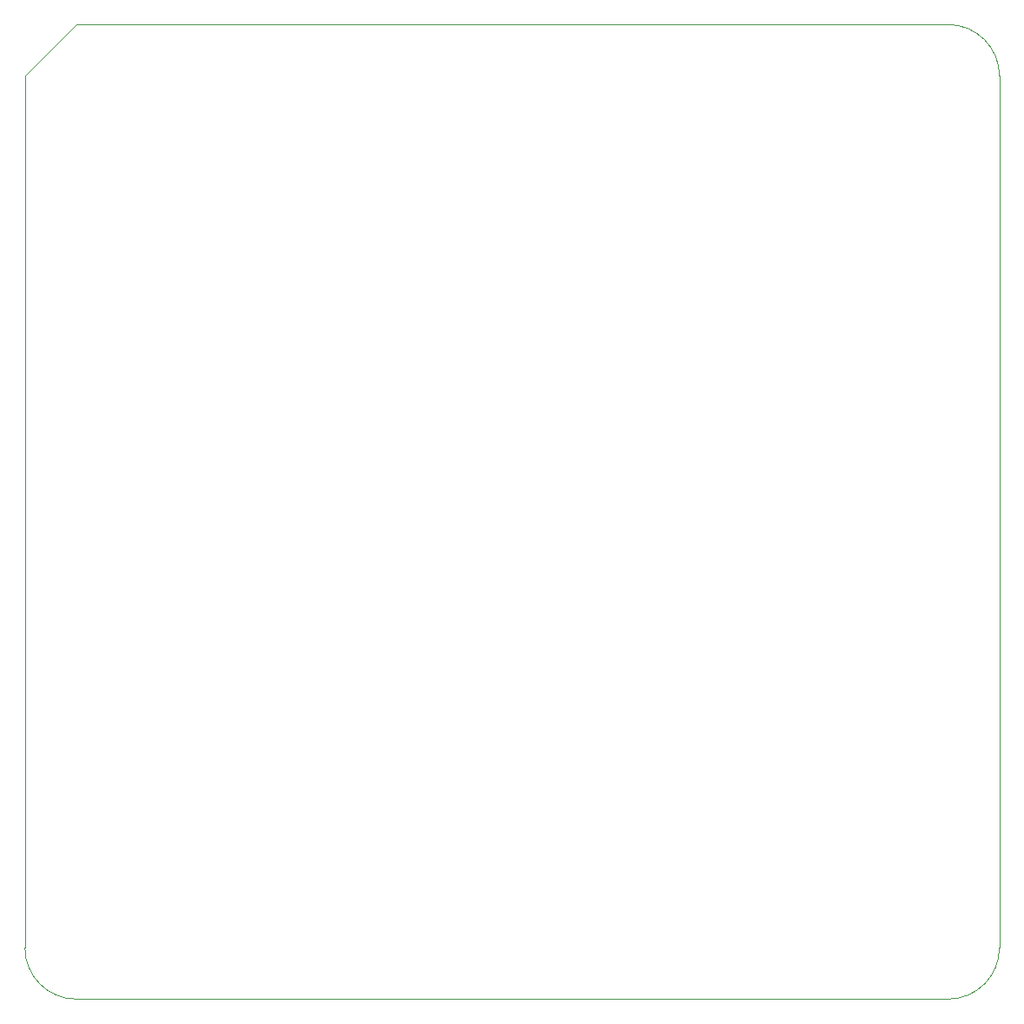
<source format=gbr>
%TF.GenerationSoftware,KiCad,Pcbnew,7.0.7*%
%TF.CreationDate,2024-05-08T11:13:53-07:00*%
%TF.ProjectId,Final_Project_Sutton_Yazzolino,46696e61-6c5f-4507-926f-6a6563745f53,rev?*%
%TF.SameCoordinates,Original*%
%TF.FileFunction,Profile,NP*%
%FSLAX46Y46*%
G04 Gerber Fmt 4.6, Leading zero omitted, Abs format (unit mm)*
G04 Created by KiCad (PCBNEW 7.0.7) date 2024-05-08 11:13:53*
%MOMM*%
%LPD*%
G01*
G04 APERTURE LIST*
%TA.AperFunction,Profile*%
%ADD10C,0.100000*%
%TD*%
G04 APERTURE END LIST*
D10*
X190000000Y-50000000D02*
X105000000Y-50000000D01*
X195000000Y-55000000D02*
G75*
G03*
X190000000Y-50000000I-5000000J0D01*
G01*
X105000000Y-50000000D02*
X100000000Y-55000000D01*
X195000000Y-140000000D02*
X195000000Y-55000000D01*
X190000000Y-145000000D02*
G75*
G03*
X195000000Y-140000000I0J5000000D01*
G01*
X100000000Y-140000000D02*
G75*
G03*
X105000000Y-145000000I5000000J0D01*
G01*
X100000000Y-55000000D02*
X100000000Y-140000000D01*
X105000000Y-145000000D02*
X190000000Y-145000000D01*
M02*

</source>
